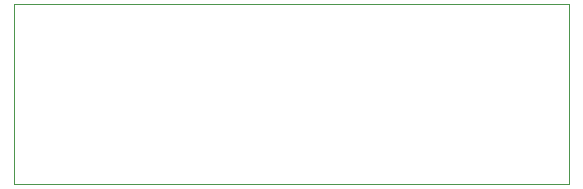
<source format=gbr>
G04 #@! TF.GenerationSoftware,KiCad,Pcbnew,(5.1.12)-1*
G04 #@! TF.CreationDate,2021-12-09T12:53:28+01:00*
G04 #@! TF.ProjectId,Servo-PowerInjector,53657276-6f2d-4506-9f77-6572496e6a65,rev?*
G04 #@! TF.SameCoordinates,Original*
G04 #@! TF.FileFunction,Profile,NP*
%FSLAX46Y46*%
G04 Gerber Fmt 4.6, Leading zero omitted, Abs format (unit mm)*
G04 Created by KiCad (PCBNEW (5.1.12)-1) date 2021-12-09 12:53:28*
%MOMM*%
%LPD*%
G01*
G04 APERTURE LIST*
G04 #@! TA.AperFunction,Profile*
%ADD10C,0.050000*%
G04 #@! TD*
G04 APERTURE END LIST*
D10*
X122555000Y-95250000D02*
X122555000Y-110490000D01*
X169545000Y-95250000D02*
X122555000Y-95250000D01*
X169545000Y-110490000D02*
X169545000Y-95250000D01*
X122555000Y-110490000D02*
X169545000Y-110490000D01*
M02*

</source>
